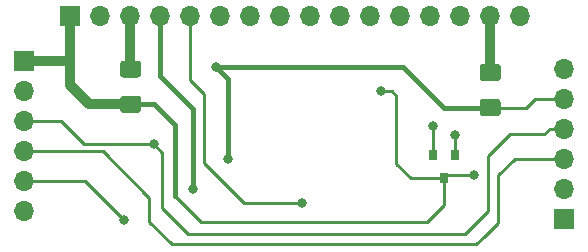
<source format=gbr>
G04 #@! TF.GenerationSoftware,KiCad,Pcbnew,(5.0.0)*
G04 #@! TF.CreationDate,2019-07-27T13:15:58+05:30*
G04 #@! TF.ProjectId,SerialShiftLCD,53657269616C53686966744C43442E6B,rev?*
G04 #@! TF.SameCoordinates,Original*
G04 #@! TF.FileFunction,Copper,L2,Bot,Signal*
G04 #@! TF.FilePolarity,Positive*
%FSLAX46Y46*%
G04 Gerber Fmt 4.6, Leading zero omitted, Abs format (unit mm)*
G04 Created by KiCad (PCBNEW (5.0.0)) date 07/27/19 13:15:58*
%MOMM*%
%LPD*%
G01*
G04 APERTURE LIST*
G04 #@! TA.AperFunction,ComponentPad*
%ADD10R,1.700000X1.700000*%
G04 #@! TD*
G04 #@! TA.AperFunction,ComponentPad*
%ADD11O,1.700000X1.700000*%
G04 #@! TD*
G04 #@! TA.AperFunction,SMDPad,CuDef*
%ADD12R,0.800000X0.900000*%
G04 #@! TD*
G04 #@! TA.AperFunction,Conductor*
%ADD13C,0.100000*%
G04 #@! TD*
G04 #@! TA.AperFunction,SMDPad,CuDef*
%ADD14C,1.425000*%
G04 #@! TD*
G04 #@! TA.AperFunction,ViaPad*
%ADD15C,0.800000*%
G04 #@! TD*
G04 #@! TA.AperFunction,Conductor*
%ADD16C,0.812800*%
G04 #@! TD*
G04 #@! TA.AperFunction,Conductor*
%ADD17C,0.254000*%
G04 #@! TD*
G04 #@! TA.AperFunction,Conductor*
%ADD18C,0.381000*%
G04 #@! TD*
G04 APERTURE END LIST*
D10*
G04 #@! TO.P,J1,1*
G04 #@! TO.N,GND*
X102920800Y-51993800D03*
D11*
G04 #@! TO.P,J1,2*
G04 #@! TO.N,+5V*
X102920800Y-54533800D03*
G04 #@! TO.P,J1,3*
G04 #@! TO.N,Net-(J1-Pad3)*
X102920800Y-57073800D03*
G04 #@! TO.P,J1,4*
G04 #@! TO.N,Net-(J1-Pad4)*
X102920800Y-59613800D03*
G04 #@! TO.P,J1,5*
G04 #@! TO.N,Net-(J1-Pad5)*
X102920800Y-62153800D03*
G04 #@! TO.P,J1,6*
G04 #@! TO.N,Net-(J1-Pad6)*
X102920800Y-64693800D03*
G04 #@! TD*
G04 #@! TO.P,J2,6*
G04 #@! TO.N,GND*
X148615400Y-52603400D03*
G04 #@! TO.P,J2,5*
G04 #@! TO.N,+5V*
X148615400Y-55143400D03*
G04 #@! TO.P,J2,4*
G04 #@! TO.N,Net-(J1-Pad3)*
X148615400Y-57683400D03*
G04 #@! TO.P,J2,3*
G04 #@! TO.N,Net-(J1-Pad4)*
X148615400Y-60223400D03*
G04 #@! TO.P,J2,2*
G04 #@! TO.N,Net-(J1-Pad5)*
X148615400Y-62763400D03*
D10*
G04 #@! TO.P,J2,1*
G04 #@! TO.N,Net-(J1-Pad6)*
X148615400Y-65303400D03*
G04 #@! TD*
G04 #@! TO.P,J3,1*
G04 #@! TO.N,GND*
X106807000Y-48158400D03*
D11*
G04 #@! TO.P,J3,2*
G04 #@! TO.N,+5V*
X109347000Y-48158400D03*
G04 #@! TO.P,J3,3*
G04 #@! TO.N,Net-(J3-Pad3)*
X111887000Y-48158400D03*
G04 #@! TO.P,J3,4*
G04 #@! TO.N,Net-(J3-Pad4)*
X114427000Y-48158400D03*
G04 #@! TO.P,J3,5*
G04 #@! TO.N,Net-(J3-Pad5)*
X116967000Y-48158400D03*
G04 #@! TO.P,J3,6*
G04 #@! TO.N,Net-(J3-Pad6)*
X119507000Y-48158400D03*
G04 #@! TO.P,J3,7*
G04 #@! TO.N,Net-(J3-Pad7)*
X122047000Y-48158400D03*
G04 #@! TO.P,J3,8*
G04 #@! TO.N,Net-(J3-Pad8)*
X124587000Y-48158400D03*
G04 #@! TO.P,J3,9*
G04 #@! TO.N,Net-(J3-Pad9)*
X127127000Y-48158400D03*
G04 #@! TO.P,J3,10*
G04 #@! TO.N,Net-(J3-Pad10)*
X129667000Y-48158400D03*
G04 #@! TO.P,J3,11*
G04 #@! TO.N,Net-(J3-Pad11)*
X132207000Y-48158400D03*
G04 #@! TO.P,J3,12*
G04 #@! TO.N,Net-(J3-Pad12)*
X134747000Y-48158400D03*
G04 #@! TO.P,J3,13*
G04 #@! TO.N,Net-(J3-Pad13)*
X137287000Y-48158400D03*
G04 #@! TO.P,J3,14*
G04 #@! TO.N,Net-(J3-Pad14)*
X139827000Y-48158400D03*
G04 #@! TO.P,J3,15*
G04 #@! TO.N,Net-(J3-Pad15)*
X142367000Y-48158400D03*
G04 #@! TO.P,J3,16*
G04 #@! TO.N,Net-(J3-Pad16)*
X144907000Y-48158400D03*
G04 #@! TD*
D12*
G04 #@! TO.P,Q1,1*
G04 #@! TO.N,Net-(J3-Pad16)*
X137505400Y-59883800D03*
G04 #@! TO.P,Q1,2*
G04 #@! TO.N,Net-(Q1-Pad2)*
X139405400Y-59883800D03*
G04 #@! TO.P,Q1,3*
G04 #@! TO.N,GND*
X138455400Y-61883800D03*
G04 #@! TD*
D13*
G04 #@! TO.N,Net-(J3-Pad3)*
G04 #@! TO.C,R1*
G36*
X112587304Y-51928604D02*
X112611573Y-51932204D01*
X112635371Y-51938165D01*
X112658471Y-51946430D01*
X112680649Y-51956920D01*
X112701693Y-51969533D01*
X112721398Y-51984147D01*
X112739577Y-52000623D01*
X112756053Y-52018802D01*
X112770667Y-52038507D01*
X112783280Y-52059551D01*
X112793770Y-52081729D01*
X112802035Y-52104829D01*
X112807996Y-52128627D01*
X112811596Y-52152896D01*
X112812800Y-52177400D01*
X112812800Y-53102400D01*
X112811596Y-53126904D01*
X112807996Y-53151173D01*
X112802035Y-53174971D01*
X112793770Y-53198071D01*
X112783280Y-53220249D01*
X112770667Y-53241293D01*
X112756053Y-53260998D01*
X112739577Y-53279177D01*
X112721398Y-53295653D01*
X112701693Y-53310267D01*
X112680649Y-53322880D01*
X112658471Y-53333370D01*
X112635371Y-53341635D01*
X112611573Y-53347596D01*
X112587304Y-53351196D01*
X112562800Y-53352400D01*
X111312800Y-53352400D01*
X111288296Y-53351196D01*
X111264027Y-53347596D01*
X111240229Y-53341635D01*
X111217129Y-53333370D01*
X111194951Y-53322880D01*
X111173907Y-53310267D01*
X111154202Y-53295653D01*
X111136023Y-53279177D01*
X111119547Y-53260998D01*
X111104933Y-53241293D01*
X111092320Y-53220249D01*
X111081830Y-53198071D01*
X111073565Y-53174971D01*
X111067604Y-53151173D01*
X111064004Y-53126904D01*
X111062800Y-53102400D01*
X111062800Y-52177400D01*
X111064004Y-52152896D01*
X111067604Y-52128627D01*
X111073565Y-52104829D01*
X111081830Y-52081729D01*
X111092320Y-52059551D01*
X111104933Y-52038507D01*
X111119547Y-52018802D01*
X111136023Y-52000623D01*
X111154202Y-51984147D01*
X111173907Y-51969533D01*
X111194951Y-51956920D01*
X111217129Y-51946430D01*
X111240229Y-51938165D01*
X111264027Y-51932204D01*
X111288296Y-51928604D01*
X111312800Y-51927400D01*
X112562800Y-51927400D01*
X112587304Y-51928604D01*
X112587304Y-51928604D01*
G37*
D14*
G04 #@! TD*
G04 #@! TO.P,R1,1*
G04 #@! TO.N,Net-(J3-Pad3)*
X111937800Y-52639900D03*
D13*
G04 #@! TO.N,GND*
G04 #@! TO.C,R1*
G36*
X112587304Y-54903604D02*
X112611573Y-54907204D01*
X112635371Y-54913165D01*
X112658471Y-54921430D01*
X112680649Y-54931920D01*
X112701693Y-54944533D01*
X112721398Y-54959147D01*
X112739577Y-54975623D01*
X112756053Y-54993802D01*
X112770667Y-55013507D01*
X112783280Y-55034551D01*
X112793770Y-55056729D01*
X112802035Y-55079829D01*
X112807996Y-55103627D01*
X112811596Y-55127896D01*
X112812800Y-55152400D01*
X112812800Y-56077400D01*
X112811596Y-56101904D01*
X112807996Y-56126173D01*
X112802035Y-56149971D01*
X112793770Y-56173071D01*
X112783280Y-56195249D01*
X112770667Y-56216293D01*
X112756053Y-56235998D01*
X112739577Y-56254177D01*
X112721398Y-56270653D01*
X112701693Y-56285267D01*
X112680649Y-56297880D01*
X112658471Y-56308370D01*
X112635371Y-56316635D01*
X112611573Y-56322596D01*
X112587304Y-56326196D01*
X112562800Y-56327400D01*
X111312800Y-56327400D01*
X111288296Y-56326196D01*
X111264027Y-56322596D01*
X111240229Y-56316635D01*
X111217129Y-56308370D01*
X111194951Y-56297880D01*
X111173907Y-56285267D01*
X111154202Y-56270653D01*
X111136023Y-56254177D01*
X111119547Y-56235998D01*
X111104933Y-56216293D01*
X111092320Y-56195249D01*
X111081830Y-56173071D01*
X111073565Y-56149971D01*
X111067604Y-56126173D01*
X111064004Y-56101904D01*
X111062800Y-56077400D01*
X111062800Y-55152400D01*
X111064004Y-55127896D01*
X111067604Y-55103627D01*
X111073565Y-55079829D01*
X111081830Y-55056729D01*
X111092320Y-55034551D01*
X111104933Y-55013507D01*
X111119547Y-54993802D01*
X111136023Y-54975623D01*
X111154202Y-54959147D01*
X111173907Y-54944533D01*
X111194951Y-54931920D01*
X111217129Y-54921430D01*
X111240229Y-54913165D01*
X111264027Y-54907204D01*
X111288296Y-54903604D01*
X111312800Y-54902400D01*
X112562800Y-54902400D01*
X112587304Y-54903604D01*
X112587304Y-54903604D01*
G37*
D14*
G04 #@! TD*
G04 #@! TO.P,R1,2*
G04 #@! TO.N,GND*
X111937800Y-55614900D03*
D13*
G04 #@! TO.N,+5V*
G04 #@! TO.C,R2*
G36*
X143041904Y-55183004D02*
X143066173Y-55186604D01*
X143089971Y-55192565D01*
X143113071Y-55200830D01*
X143135249Y-55211320D01*
X143156293Y-55223933D01*
X143175998Y-55238547D01*
X143194177Y-55255023D01*
X143210653Y-55273202D01*
X143225267Y-55292907D01*
X143237880Y-55313951D01*
X143248370Y-55336129D01*
X143256635Y-55359229D01*
X143262596Y-55383027D01*
X143266196Y-55407296D01*
X143267400Y-55431800D01*
X143267400Y-56356800D01*
X143266196Y-56381304D01*
X143262596Y-56405573D01*
X143256635Y-56429371D01*
X143248370Y-56452471D01*
X143237880Y-56474649D01*
X143225267Y-56495693D01*
X143210653Y-56515398D01*
X143194177Y-56533577D01*
X143175998Y-56550053D01*
X143156293Y-56564667D01*
X143135249Y-56577280D01*
X143113071Y-56587770D01*
X143089971Y-56596035D01*
X143066173Y-56601996D01*
X143041904Y-56605596D01*
X143017400Y-56606800D01*
X141767400Y-56606800D01*
X141742896Y-56605596D01*
X141718627Y-56601996D01*
X141694829Y-56596035D01*
X141671729Y-56587770D01*
X141649551Y-56577280D01*
X141628507Y-56564667D01*
X141608802Y-56550053D01*
X141590623Y-56533577D01*
X141574147Y-56515398D01*
X141559533Y-56495693D01*
X141546920Y-56474649D01*
X141536430Y-56452471D01*
X141528165Y-56429371D01*
X141522204Y-56405573D01*
X141518604Y-56381304D01*
X141517400Y-56356800D01*
X141517400Y-55431800D01*
X141518604Y-55407296D01*
X141522204Y-55383027D01*
X141528165Y-55359229D01*
X141536430Y-55336129D01*
X141546920Y-55313951D01*
X141559533Y-55292907D01*
X141574147Y-55273202D01*
X141590623Y-55255023D01*
X141608802Y-55238547D01*
X141628507Y-55223933D01*
X141649551Y-55211320D01*
X141671729Y-55200830D01*
X141694829Y-55192565D01*
X141718627Y-55186604D01*
X141742896Y-55183004D01*
X141767400Y-55181800D01*
X143017400Y-55181800D01*
X143041904Y-55183004D01*
X143041904Y-55183004D01*
G37*
D14*
G04 #@! TD*
G04 #@! TO.P,R2,2*
G04 #@! TO.N,+5V*
X142392400Y-55894300D03*
D13*
G04 #@! TO.N,Net-(J3-Pad15)*
G04 #@! TO.C,R2*
G36*
X143041904Y-52208004D02*
X143066173Y-52211604D01*
X143089971Y-52217565D01*
X143113071Y-52225830D01*
X143135249Y-52236320D01*
X143156293Y-52248933D01*
X143175998Y-52263547D01*
X143194177Y-52280023D01*
X143210653Y-52298202D01*
X143225267Y-52317907D01*
X143237880Y-52338951D01*
X143248370Y-52361129D01*
X143256635Y-52384229D01*
X143262596Y-52408027D01*
X143266196Y-52432296D01*
X143267400Y-52456800D01*
X143267400Y-53381800D01*
X143266196Y-53406304D01*
X143262596Y-53430573D01*
X143256635Y-53454371D01*
X143248370Y-53477471D01*
X143237880Y-53499649D01*
X143225267Y-53520693D01*
X143210653Y-53540398D01*
X143194177Y-53558577D01*
X143175998Y-53575053D01*
X143156293Y-53589667D01*
X143135249Y-53602280D01*
X143113071Y-53612770D01*
X143089971Y-53621035D01*
X143066173Y-53626996D01*
X143041904Y-53630596D01*
X143017400Y-53631800D01*
X141767400Y-53631800D01*
X141742896Y-53630596D01*
X141718627Y-53626996D01*
X141694829Y-53621035D01*
X141671729Y-53612770D01*
X141649551Y-53602280D01*
X141628507Y-53589667D01*
X141608802Y-53575053D01*
X141590623Y-53558577D01*
X141574147Y-53540398D01*
X141559533Y-53520693D01*
X141546920Y-53499649D01*
X141536430Y-53477471D01*
X141528165Y-53454371D01*
X141522204Y-53430573D01*
X141518604Y-53406304D01*
X141517400Y-53381800D01*
X141517400Y-52456800D01*
X141518604Y-52432296D01*
X141522204Y-52408027D01*
X141528165Y-52384229D01*
X141536430Y-52361129D01*
X141546920Y-52338951D01*
X141559533Y-52317907D01*
X141574147Y-52298202D01*
X141590623Y-52280023D01*
X141608802Y-52263547D01*
X141628507Y-52248933D01*
X141649551Y-52236320D01*
X141671729Y-52225830D01*
X141694829Y-52217565D01*
X141718627Y-52211604D01*
X141742896Y-52208004D01*
X141767400Y-52206800D01*
X143017400Y-52206800D01*
X143041904Y-52208004D01*
X143041904Y-52208004D01*
G37*
D14*
G04 #@! TD*
G04 #@! TO.P,R2,1*
G04 #@! TO.N,Net-(J3-Pad15)*
X142392400Y-52919300D03*
D15*
G04 #@! TO.N,GND*
X141020800Y-61620400D03*
X133121400Y-54533800D03*
G04 #@! TO.N,+5V*
X119176800Y-52451000D03*
X120218200Y-60223400D03*
G04 #@! TO.N,Net-(J1-Pad3)*
X113893600Y-59004200D03*
G04 #@! TO.N,Net-(J1-Pad5)*
X111379000Y-65430400D03*
G04 #@! TO.N,Net-(J3-Pad4)*
X117246400Y-62763400D03*
G04 #@! TO.N,Net-(J3-Pad5)*
X126466600Y-64008000D03*
G04 #@! TO.N,Net-(J3-Pad16)*
X137541000Y-57480200D03*
G04 #@! TO.N,Net-(Q1-Pad2)*
X139395200Y-58216800D03*
G04 #@! TD*
D16*
G04 #@! TO.N,GND*
X108421500Y-55614900D02*
X111937800Y-55614900D01*
X106807000Y-54000400D02*
X108421500Y-55614900D01*
X106756200Y-51993800D02*
X106807000Y-51943000D01*
X102920800Y-51993800D02*
X106756200Y-51993800D01*
X106807000Y-48158400D02*
X106807000Y-51943000D01*
X106807000Y-51943000D02*
X106807000Y-54000400D01*
D17*
X138718800Y-61620400D02*
X138455400Y-61883800D01*
X141020800Y-61620400D02*
X138718800Y-61620400D01*
X133121400Y-54533800D02*
X134035800Y-54533800D01*
X134035800Y-54533800D02*
X134442200Y-54940200D01*
X134442200Y-54940200D02*
X134442200Y-60680600D01*
X135645400Y-61883800D02*
X138455400Y-61883800D01*
X134442200Y-60680600D02*
X135645400Y-61883800D01*
D18*
X113958700Y-55614900D02*
X111937800Y-55614900D01*
X115697000Y-63347600D02*
X115697000Y-57353200D01*
X115697000Y-57353200D02*
X113958700Y-55614900D01*
D17*
X138455400Y-62587800D02*
X138480800Y-62613200D01*
X138455400Y-61883800D02*
X138455400Y-62587800D01*
X138480800Y-62613200D02*
X138480800Y-64160400D01*
X138480800Y-64160400D02*
X137058400Y-65582800D01*
X117932200Y-65582800D02*
X115697000Y-63347600D01*
X137058400Y-65582800D02*
X117932200Y-65582800D01*
G04 #@! TO.N,+5V*
X142392400Y-55894300D02*
X145400700Y-55894300D01*
X146151600Y-55143400D02*
X148615400Y-55143400D01*
X145400700Y-55894300D02*
X146151600Y-55143400D01*
D18*
X142392400Y-55894300D02*
X138444300Y-55894300D01*
X138444300Y-55894300D02*
X135001000Y-52451000D01*
X135001000Y-52451000D02*
X120853200Y-52451000D01*
X120853200Y-52451000D02*
X119176800Y-52451000D01*
X120218200Y-53492400D02*
X119176800Y-52451000D01*
X120218200Y-60223400D02*
X120218200Y-53492400D01*
D17*
G04 #@! TO.N,Net-(J1-Pad3)*
X106070400Y-57073800D02*
X102920800Y-57073800D01*
X108000800Y-59004200D02*
X106070400Y-57073800D01*
X113893600Y-59004200D02*
X108000800Y-59004200D01*
X114604800Y-59715400D02*
X113893600Y-59004200D01*
X114604800Y-64389000D02*
X114604800Y-59715400D01*
X116789200Y-66573400D02*
X114604800Y-64389000D01*
X140284200Y-66573400D02*
X116789200Y-66573400D01*
X148615400Y-57683400D02*
X147413319Y-57683400D01*
X147413319Y-57683400D02*
X146930719Y-58166000D01*
X146930719Y-58166000D02*
X144043400Y-58166000D01*
X144043400Y-58166000D02*
X142189200Y-60020200D01*
X142189200Y-60020200D02*
X142189200Y-64668400D01*
X142189200Y-64668400D02*
X140284200Y-66573400D01*
G04 #@! TO.N,Net-(J1-Pad4)*
X148615400Y-60223400D02*
X144475200Y-60223400D01*
X144475200Y-60223400D02*
X143078200Y-61620400D01*
X143078200Y-61620400D02*
X143078200Y-65659000D01*
X113538000Y-65557400D02*
X113538000Y-63550800D01*
X109601000Y-59613800D02*
X102920800Y-59613800D01*
X113538000Y-63550800D02*
X109601000Y-59613800D01*
X141935200Y-66802000D02*
X141909800Y-66802000D01*
X143078200Y-65659000D02*
X141935200Y-66802000D01*
X141909800Y-66802000D02*
X141224000Y-67487800D01*
X115468400Y-67487800D02*
X113538000Y-65557400D01*
X141224000Y-67487800D02*
X115468400Y-67487800D01*
G04 #@! TO.N,Net-(J1-Pad5)*
X108102400Y-62153800D02*
X102920800Y-62153800D01*
X111379000Y-65430400D02*
X108102400Y-62153800D01*
D16*
G04 #@! TO.N,Net-(J3-Pad3)*
X111887000Y-52589100D02*
X111937800Y-52639900D01*
X111887000Y-48158400D02*
X111887000Y-52589100D01*
D18*
G04 #@! TO.N,Net-(J3-Pad4)*
X114427000Y-53238400D02*
X116255800Y-55067200D01*
X114427000Y-48158400D02*
X114427000Y-53238400D01*
X117246400Y-56057800D02*
X117246400Y-62763400D01*
X116255800Y-55067200D02*
X117246400Y-56057800D01*
D17*
G04 #@! TO.N,Net-(J3-Pad5)*
X116967000Y-48158400D02*
X116967000Y-53594000D01*
X116967000Y-53594000D02*
X118135400Y-54762400D01*
X118135400Y-54762400D02*
X118135400Y-60604400D01*
X118135400Y-60604400D02*
X121539000Y-64008000D01*
X121539000Y-64008000D02*
X126466600Y-64008000D01*
D16*
G04 #@! TO.N,Net-(J3-Pad15)*
X142367000Y-52893900D02*
X142392400Y-52919300D01*
X142367000Y-48158400D02*
X142367000Y-52893900D01*
D17*
G04 #@! TO.N,Net-(J3-Pad16)*
X137505400Y-59883800D02*
X137505400Y-57515800D01*
X137505400Y-57515800D02*
X137541000Y-57480200D01*
G04 #@! TO.N,Net-(Q1-Pad2)*
X139405400Y-59883800D02*
X139405400Y-58227000D01*
X139405400Y-58227000D02*
X139395200Y-58216800D01*
G04 #@! TD*
M02*

</source>
